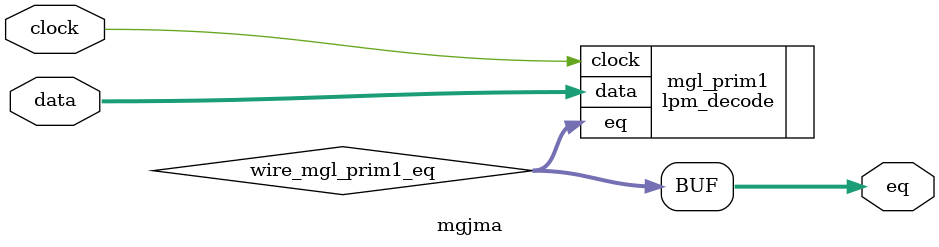
<source format=v>






//synthesis_resources = lpm_decode 1 
//synopsys translate_off
`timescale 1 ps / 1 ps
//synopsys translate_on
module  mgjma
	( 
	clock,
	data,
	eq) /* synthesis synthesis_clearbox=1 */;
	input   clock;
	input   [3:0]  data;
	output   [15:0]  eq;

	wire  [15:0]   wire_mgl_prim1_eq;

	lpm_decode   mgl_prim1
	( 
	.clock(clock),
	.data(data),
	.eq(wire_mgl_prim1_eq));
	defparam
		mgl_prim1.lpm_decodes = 16,
		mgl_prim1.lpm_pipeline = 2,
		mgl_prim1.lpm_type = "LPM_DECODE",
		mgl_prim1.lpm_width = 4;
	assign
		eq = wire_mgl_prim1_eq;
endmodule //mgjma
//VALID FILE

</source>
